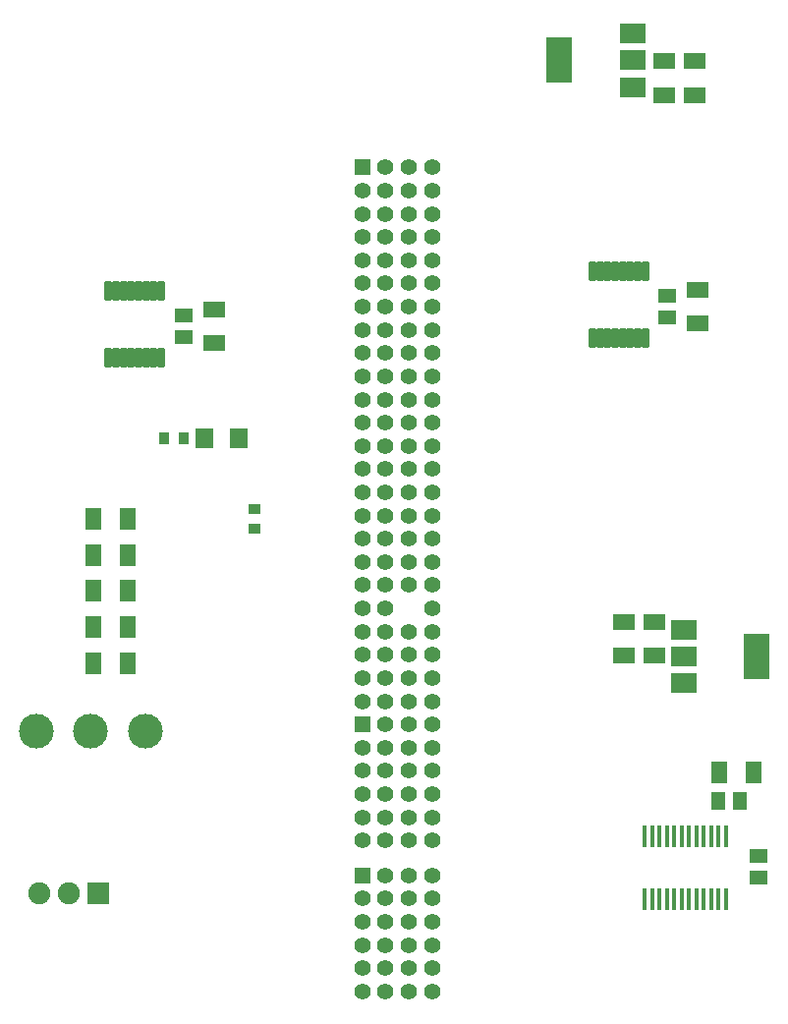
<source format=gts>
G04 Layer_Color=8388736*
%FSLAX25Y25*%
%MOIN*%
G70*
G01*
G75*
%ADD18R,0.01600X0.07500*%
%ADD41R,0.03556X0.04147*%
%ADD42R,0.06312X0.06706*%
%ADD43R,0.07690X0.05328*%
%ADD44R,0.08674X0.15761*%
%ADD45R,0.08674X0.06706*%
G04:AMPARAMS|DCode=46|XSize=69.81mil|YSize=24.14mil|CornerRadius=6.02mil|HoleSize=0mil|Usage=FLASHONLY|Rotation=270.000|XOffset=0mil|YOffset=0mil|HoleType=Round|Shape=RoundedRectangle|*
%AMROUNDEDRECTD46*
21,1,0.06981,0.01211,0,0,270.0*
21,1,0.05778,0.02414,0,0,270.0*
1,1,0.01204,-0.00605,-0.02889*
1,1,0.01204,-0.00605,0.02889*
1,1,0.01204,0.00605,0.02889*
1,1,0.01204,0.00605,-0.02889*
%
%ADD46ROUNDEDRECTD46*%
%ADD47R,0.06312X0.04737*%
%ADD48R,0.04147X0.03556*%
%ADD49R,0.05328X0.07690*%
%ADD50R,0.04737X0.06312*%
%ADD51C,0.11824*%
%ADD52C,0.07493*%
%ADD53R,0.07493X0.07493*%
%ADD54C,0.05524*%
%ADD55R,0.05524X0.05524*%
D18*
X351697Y88521D02*
D03*
X349197D02*
D03*
X346697D02*
D03*
X344197D02*
D03*
X341697D02*
D03*
X339197D02*
D03*
X336697D02*
D03*
X334197D02*
D03*
X331697D02*
D03*
X329197D02*
D03*
X326697D02*
D03*
X324197D02*
D03*
Y109821D02*
D03*
X326697D02*
D03*
X329197D02*
D03*
X331697D02*
D03*
X334197D02*
D03*
X336697D02*
D03*
X339197D02*
D03*
X341697D02*
D03*
X344197D02*
D03*
X346697D02*
D03*
X349197D02*
D03*
X351697D02*
D03*
D41*
X161054Y244600D02*
D03*
X167746D02*
D03*
D42*
X174695D02*
D03*
X186505D02*
D03*
D43*
X342126Y283760D02*
D03*
Y295177D02*
D03*
X330800Y372617D02*
D03*
Y361200D02*
D03*
X341053Y372617D02*
D03*
Y361200D02*
D03*
X177953Y277067D02*
D03*
Y288484D02*
D03*
X327272Y171043D02*
D03*
Y182461D02*
D03*
X317019Y171043D02*
D03*
Y182461D02*
D03*
D44*
X295169Y372913D02*
D03*
X362131Y170748D02*
D03*
D45*
X319972Y381968D02*
D03*
Y372913D02*
D03*
Y363858D02*
D03*
X337328Y161693D02*
D03*
Y170748D02*
D03*
Y179803D02*
D03*
D46*
X160138Y294764D02*
D03*
X157579D02*
D03*
X155020D02*
D03*
X152461D02*
D03*
X149902D02*
D03*
X147343D02*
D03*
X144783D02*
D03*
X142224D02*
D03*
Y272165D02*
D03*
X144783D02*
D03*
X147343D02*
D03*
X149902D02*
D03*
X152461D02*
D03*
X155020D02*
D03*
X157579D02*
D03*
X160138D02*
D03*
X324311Y301457D02*
D03*
X321752D02*
D03*
X319193D02*
D03*
X316634D02*
D03*
X314075D02*
D03*
X311516D02*
D03*
X308957D02*
D03*
X306398D02*
D03*
Y278858D02*
D03*
X308957D02*
D03*
X311516D02*
D03*
X314075D02*
D03*
X316634D02*
D03*
X319193D02*
D03*
X321752D02*
D03*
X324311D02*
D03*
D47*
X167717Y286417D02*
D03*
Y279134D02*
D03*
X331890Y293110D02*
D03*
Y285827D02*
D03*
X362700Y95658D02*
D03*
Y102942D02*
D03*
D48*
X191800Y214054D02*
D03*
Y220746D02*
D03*
D49*
X349554Y131266D02*
D03*
X360971D02*
D03*
X137188Y180709D02*
D03*
X148606D02*
D03*
X137188Y205118D02*
D03*
X148606D02*
D03*
X137188Y168504D02*
D03*
X148606D02*
D03*
X137188Y192913D02*
D03*
X148606D02*
D03*
X137188Y217323D02*
D03*
X148606D02*
D03*
D50*
X356542Y121800D02*
D03*
X349258D02*
D03*
D51*
X117717Y145276D02*
D03*
X136221D02*
D03*
X154724D02*
D03*
D52*
X118639Y90300D02*
D03*
X128639D02*
D03*
D53*
X138639D02*
D03*
D54*
X251969Y96457D02*
D03*
X244094Y72835D02*
D03*
X228346Y64961D02*
D03*
X244094Y96457D02*
D03*
X228346Y88583D02*
D03*
X251969Y72835D02*
D03*
X236221D02*
D03*
X251969Y57087D02*
D03*
X236221Y96457D02*
D03*
X251969Y80709D02*
D03*
X236221Y64961D02*
D03*
X228346Y72835D02*
D03*
X244094Y57087D02*
D03*
X228346Y80709D02*
D03*
X244094Y80709D02*
D03*
X236221Y88583D02*
D03*
X251969Y64961D02*
D03*
X236221Y57087D02*
D03*
X251969Y88583D02*
D03*
X236221Y80709D02*
D03*
X244094Y64961D02*
D03*
X228346Y57087D02*
D03*
X244094Y88583D02*
D03*
Y139765D02*
D03*
X228346Y124017D02*
D03*
X244094Y116143D02*
D03*
X236221Y147639D02*
D03*
X251969Y139765D02*
D03*
X236221Y124017D02*
D03*
X251969Y116143D02*
D03*
X236221Y139765D02*
D03*
X244094Y147639D02*
D03*
X228346Y131891D02*
D03*
X244094Y124017D02*
D03*
X228346Y108269D02*
D03*
X236221Y116143D02*
D03*
X251969Y147639D02*
D03*
X236221Y131891D02*
D03*
X251969Y124017D02*
D03*
X236221Y108269D02*
D03*
X251969D02*
D03*
X228346Y139765D02*
D03*
X244094Y131891D02*
D03*
X228346Y116143D02*
D03*
X244094Y108269D02*
D03*
X251969Y131891D02*
D03*
Y273624D02*
D03*
X244094Y250002D02*
D03*
X228346Y257876D02*
D03*
X244094Y273624D02*
D03*
X228346Y281498D02*
D03*
X251969Y250002D02*
D03*
X236221D02*
D03*
X251969Y265750D02*
D03*
X236221Y273624D02*
D03*
X251969Y289372D02*
D03*
X236221Y257876D02*
D03*
X228346Y250002D02*
D03*
X244094Y265750D02*
D03*
X228346Y273624D02*
D03*
X244094Y289372D02*
D03*
X236221Y281498D02*
D03*
X251969Y257876D02*
D03*
X236221Y265750D02*
D03*
X251969Y281498D02*
D03*
X236221Y289372D02*
D03*
X244094Y257876D02*
D03*
X228346Y265750D02*
D03*
X244094Y281498D02*
D03*
X228346Y289372D02*
D03*
X244094Y328742D02*
D03*
X228346Y312994D02*
D03*
X244094Y305120D02*
D03*
X236221Y336616D02*
D03*
X251969Y328742D02*
D03*
X236221Y312994D02*
D03*
X251969Y305120D02*
D03*
X236221Y328742D02*
D03*
X244094Y336616D02*
D03*
X228346Y320868D02*
D03*
X244094Y312994D02*
D03*
X228346Y297246D02*
D03*
X236221Y305120D02*
D03*
X251969Y336616D02*
D03*
X236221Y320868D02*
D03*
X251969Y312994D02*
D03*
X236221Y297246D02*
D03*
X251969D02*
D03*
X228346Y328742D02*
D03*
X244094Y320868D02*
D03*
X228346Y305120D02*
D03*
X244094Y297246D02*
D03*
X251969Y320868D02*
D03*
Y226380D02*
D03*
X244094Y202758D02*
D03*
X228346Y210632D02*
D03*
X244094Y226380D02*
D03*
X228346Y234254D02*
D03*
X251969Y202758D02*
D03*
X236221D02*
D03*
X251969Y218506D02*
D03*
X236221Y226380D02*
D03*
X251969Y242128D02*
D03*
X236221Y210632D02*
D03*
X228346Y202758D02*
D03*
X244094Y218506D02*
D03*
X228346Y226380D02*
D03*
X244094Y242128D02*
D03*
X236221Y234254D02*
D03*
X251969Y210632D02*
D03*
X236221Y218506D02*
D03*
X251969Y234254D02*
D03*
X236221Y242128D02*
D03*
X244094Y210632D02*
D03*
X228346Y218506D02*
D03*
X244094Y234254D02*
D03*
X228346Y242128D02*
D03*
Y194884D02*
D03*
Y171262D02*
D03*
X244094Y163388D02*
D03*
X236221Y194884D02*
D03*
X251969Y187010D02*
D03*
X236221Y171262D02*
D03*
X251969Y163388D02*
D03*
X236221Y187010D02*
D03*
X244094Y194884D02*
D03*
X228346Y179136D02*
D03*
X244094Y171262D02*
D03*
X228346Y155514D02*
D03*
X236221Y163388D02*
D03*
X251969Y194884D02*
D03*
X236221Y179136D02*
D03*
X251969Y171262D02*
D03*
X236221Y155514D02*
D03*
X251969D02*
D03*
X228346Y187010D02*
D03*
X244094Y179136D02*
D03*
X228346Y163388D02*
D03*
X244094Y155514D02*
D03*
X251969Y179136D02*
D03*
D55*
X228346Y96457D02*
D03*
Y147639D02*
D03*
Y336616D02*
D03*
M02*

</source>
